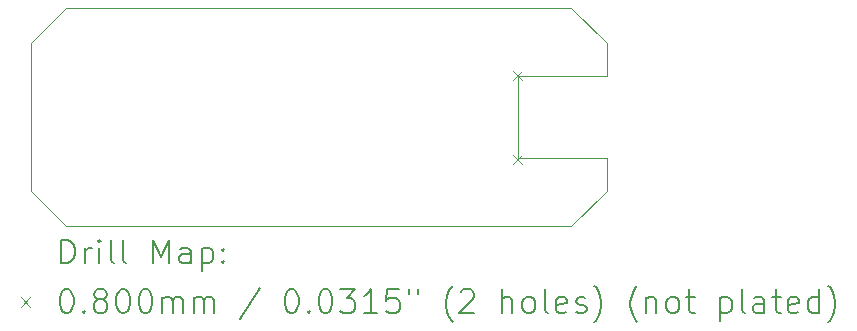
<source format=gbr>
%TF.GenerationSoftware,KiCad,Pcbnew,8.0.1*%
%TF.CreationDate,2024-10-18T10:30:48+02:00*%
%TF.ProjectId,Curmea,4375726d-6561-42e6-9b69-6361645f7063,rev?*%
%TF.SameCoordinates,Original*%
%TF.FileFunction,Drillmap*%
%TF.FilePolarity,Positive*%
%FSLAX45Y45*%
G04 Gerber Fmt 4.5, Leading zero omitted, Abs format (unit mm)*
G04 Created by KiCad (PCBNEW 8.0.1) date 2024-10-18 10:30:48*
%MOMM*%
%LPD*%
G01*
G04 APERTURE LIST*
%ADD10C,0.050000*%
%ADD11C,0.200000*%
%ADD12C,0.100000*%
G04 APERTURE END LIST*
D10*
X15475000Y-7525000D02*
X15475000Y-8225000D01*
X16225000Y-8500000D02*
X15925000Y-8800000D01*
X15925000Y-6950000D02*
X11650000Y-6950000D01*
X11350000Y-7250000D02*
X11350000Y-8500000D01*
X15925000Y-8800000D02*
X11650000Y-8800000D01*
X16225000Y-8225000D02*
X16225000Y-8500000D01*
X11650000Y-8800000D02*
X11350000Y-8500000D01*
X15475000Y-8225000D02*
X16225000Y-8225000D01*
X16225000Y-7250000D02*
X16225000Y-7525000D01*
X15925000Y-6950000D02*
X16225000Y-7250000D01*
X11650000Y-6950000D02*
X11350000Y-7250000D01*
X16225000Y-7525000D02*
X15475000Y-7525000D01*
D11*
D12*
X15430000Y-7482000D02*
X15510000Y-7562000D01*
X15510000Y-7482000D02*
X15430000Y-7562000D01*
X15430000Y-8194000D02*
X15510000Y-8274000D01*
X15510000Y-8194000D02*
X15430000Y-8274000D01*
D11*
X11608277Y-9113984D02*
X11608277Y-8913984D01*
X11608277Y-8913984D02*
X11655896Y-8913984D01*
X11655896Y-8913984D02*
X11684467Y-8923508D01*
X11684467Y-8923508D02*
X11703515Y-8942555D01*
X11703515Y-8942555D02*
X11713039Y-8961603D01*
X11713039Y-8961603D02*
X11722562Y-8999698D01*
X11722562Y-8999698D02*
X11722562Y-9028270D01*
X11722562Y-9028270D02*
X11713039Y-9066365D01*
X11713039Y-9066365D02*
X11703515Y-9085412D01*
X11703515Y-9085412D02*
X11684467Y-9104460D01*
X11684467Y-9104460D02*
X11655896Y-9113984D01*
X11655896Y-9113984D02*
X11608277Y-9113984D01*
X11808277Y-9113984D02*
X11808277Y-8980650D01*
X11808277Y-9018746D02*
X11817801Y-8999698D01*
X11817801Y-8999698D02*
X11827324Y-8990174D01*
X11827324Y-8990174D02*
X11846372Y-8980650D01*
X11846372Y-8980650D02*
X11865420Y-8980650D01*
X11932086Y-9113984D02*
X11932086Y-8980650D01*
X11932086Y-8913984D02*
X11922562Y-8923508D01*
X11922562Y-8923508D02*
X11932086Y-8933031D01*
X11932086Y-8933031D02*
X11941610Y-8923508D01*
X11941610Y-8923508D02*
X11932086Y-8913984D01*
X11932086Y-8913984D02*
X11932086Y-8933031D01*
X12055896Y-9113984D02*
X12036848Y-9104460D01*
X12036848Y-9104460D02*
X12027324Y-9085412D01*
X12027324Y-9085412D02*
X12027324Y-8913984D01*
X12160658Y-9113984D02*
X12141610Y-9104460D01*
X12141610Y-9104460D02*
X12132086Y-9085412D01*
X12132086Y-9085412D02*
X12132086Y-8913984D01*
X12389229Y-9113984D02*
X12389229Y-8913984D01*
X12389229Y-8913984D02*
X12455896Y-9056841D01*
X12455896Y-9056841D02*
X12522562Y-8913984D01*
X12522562Y-8913984D02*
X12522562Y-9113984D01*
X12703515Y-9113984D02*
X12703515Y-9009222D01*
X12703515Y-9009222D02*
X12693991Y-8990174D01*
X12693991Y-8990174D02*
X12674943Y-8980650D01*
X12674943Y-8980650D02*
X12636848Y-8980650D01*
X12636848Y-8980650D02*
X12617801Y-8990174D01*
X12703515Y-9104460D02*
X12684467Y-9113984D01*
X12684467Y-9113984D02*
X12636848Y-9113984D01*
X12636848Y-9113984D02*
X12617801Y-9104460D01*
X12617801Y-9104460D02*
X12608277Y-9085412D01*
X12608277Y-9085412D02*
X12608277Y-9066365D01*
X12608277Y-9066365D02*
X12617801Y-9047317D01*
X12617801Y-9047317D02*
X12636848Y-9037793D01*
X12636848Y-9037793D02*
X12684467Y-9037793D01*
X12684467Y-9037793D02*
X12703515Y-9028270D01*
X12798753Y-8980650D02*
X12798753Y-9180650D01*
X12798753Y-8990174D02*
X12817801Y-8980650D01*
X12817801Y-8980650D02*
X12855896Y-8980650D01*
X12855896Y-8980650D02*
X12874943Y-8990174D01*
X12874943Y-8990174D02*
X12884467Y-8999698D01*
X12884467Y-8999698D02*
X12893991Y-9018746D01*
X12893991Y-9018746D02*
X12893991Y-9075889D01*
X12893991Y-9075889D02*
X12884467Y-9094936D01*
X12884467Y-9094936D02*
X12874943Y-9104460D01*
X12874943Y-9104460D02*
X12855896Y-9113984D01*
X12855896Y-9113984D02*
X12817801Y-9113984D01*
X12817801Y-9113984D02*
X12798753Y-9104460D01*
X12979705Y-9094936D02*
X12989229Y-9104460D01*
X12989229Y-9104460D02*
X12979705Y-9113984D01*
X12979705Y-9113984D02*
X12970182Y-9104460D01*
X12970182Y-9104460D02*
X12979705Y-9094936D01*
X12979705Y-9094936D02*
X12979705Y-9113984D01*
X12979705Y-8990174D02*
X12989229Y-8999698D01*
X12989229Y-8999698D02*
X12979705Y-9009222D01*
X12979705Y-9009222D02*
X12970182Y-8999698D01*
X12970182Y-8999698D02*
X12979705Y-8990174D01*
X12979705Y-8990174D02*
X12979705Y-9009222D01*
D12*
X11267500Y-9402500D02*
X11347500Y-9482500D01*
X11347500Y-9402500D02*
X11267500Y-9482500D01*
D11*
X11646372Y-9333984D02*
X11665420Y-9333984D01*
X11665420Y-9333984D02*
X11684467Y-9343508D01*
X11684467Y-9343508D02*
X11693991Y-9353031D01*
X11693991Y-9353031D02*
X11703515Y-9372079D01*
X11703515Y-9372079D02*
X11713039Y-9410174D01*
X11713039Y-9410174D02*
X11713039Y-9457793D01*
X11713039Y-9457793D02*
X11703515Y-9495889D01*
X11703515Y-9495889D02*
X11693991Y-9514936D01*
X11693991Y-9514936D02*
X11684467Y-9524460D01*
X11684467Y-9524460D02*
X11665420Y-9533984D01*
X11665420Y-9533984D02*
X11646372Y-9533984D01*
X11646372Y-9533984D02*
X11627324Y-9524460D01*
X11627324Y-9524460D02*
X11617801Y-9514936D01*
X11617801Y-9514936D02*
X11608277Y-9495889D01*
X11608277Y-9495889D02*
X11598753Y-9457793D01*
X11598753Y-9457793D02*
X11598753Y-9410174D01*
X11598753Y-9410174D02*
X11608277Y-9372079D01*
X11608277Y-9372079D02*
X11617801Y-9353031D01*
X11617801Y-9353031D02*
X11627324Y-9343508D01*
X11627324Y-9343508D02*
X11646372Y-9333984D01*
X11798753Y-9514936D02*
X11808277Y-9524460D01*
X11808277Y-9524460D02*
X11798753Y-9533984D01*
X11798753Y-9533984D02*
X11789229Y-9524460D01*
X11789229Y-9524460D02*
X11798753Y-9514936D01*
X11798753Y-9514936D02*
X11798753Y-9533984D01*
X11922562Y-9419698D02*
X11903515Y-9410174D01*
X11903515Y-9410174D02*
X11893991Y-9400650D01*
X11893991Y-9400650D02*
X11884467Y-9381603D01*
X11884467Y-9381603D02*
X11884467Y-9372079D01*
X11884467Y-9372079D02*
X11893991Y-9353031D01*
X11893991Y-9353031D02*
X11903515Y-9343508D01*
X11903515Y-9343508D02*
X11922562Y-9333984D01*
X11922562Y-9333984D02*
X11960658Y-9333984D01*
X11960658Y-9333984D02*
X11979705Y-9343508D01*
X11979705Y-9343508D02*
X11989229Y-9353031D01*
X11989229Y-9353031D02*
X11998753Y-9372079D01*
X11998753Y-9372079D02*
X11998753Y-9381603D01*
X11998753Y-9381603D02*
X11989229Y-9400650D01*
X11989229Y-9400650D02*
X11979705Y-9410174D01*
X11979705Y-9410174D02*
X11960658Y-9419698D01*
X11960658Y-9419698D02*
X11922562Y-9419698D01*
X11922562Y-9419698D02*
X11903515Y-9429222D01*
X11903515Y-9429222D02*
X11893991Y-9438746D01*
X11893991Y-9438746D02*
X11884467Y-9457793D01*
X11884467Y-9457793D02*
X11884467Y-9495889D01*
X11884467Y-9495889D02*
X11893991Y-9514936D01*
X11893991Y-9514936D02*
X11903515Y-9524460D01*
X11903515Y-9524460D02*
X11922562Y-9533984D01*
X11922562Y-9533984D02*
X11960658Y-9533984D01*
X11960658Y-9533984D02*
X11979705Y-9524460D01*
X11979705Y-9524460D02*
X11989229Y-9514936D01*
X11989229Y-9514936D02*
X11998753Y-9495889D01*
X11998753Y-9495889D02*
X11998753Y-9457793D01*
X11998753Y-9457793D02*
X11989229Y-9438746D01*
X11989229Y-9438746D02*
X11979705Y-9429222D01*
X11979705Y-9429222D02*
X11960658Y-9419698D01*
X12122562Y-9333984D02*
X12141610Y-9333984D01*
X12141610Y-9333984D02*
X12160658Y-9343508D01*
X12160658Y-9343508D02*
X12170182Y-9353031D01*
X12170182Y-9353031D02*
X12179705Y-9372079D01*
X12179705Y-9372079D02*
X12189229Y-9410174D01*
X12189229Y-9410174D02*
X12189229Y-9457793D01*
X12189229Y-9457793D02*
X12179705Y-9495889D01*
X12179705Y-9495889D02*
X12170182Y-9514936D01*
X12170182Y-9514936D02*
X12160658Y-9524460D01*
X12160658Y-9524460D02*
X12141610Y-9533984D01*
X12141610Y-9533984D02*
X12122562Y-9533984D01*
X12122562Y-9533984D02*
X12103515Y-9524460D01*
X12103515Y-9524460D02*
X12093991Y-9514936D01*
X12093991Y-9514936D02*
X12084467Y-9495889D01*
X12084467Y-9495889D02*
X12074943Y-9457793D01*
X12074943Y-9457793D02*
X12074943Y-9410174D01*
X12074943Y-9410174D02*
X12084467Y-9372079D01*
X12084467Y-9372079D02*
X12093991Y-9353031D01*
X12093991Y-9353031D02*
X12103515Y-9343508D01*
X12103515Y-9343508D02*
X12122562Y-9333984D01*
X12313039Y-9333984D02*
X12332086Y-9333984D01*
X12332086Y-9333984D02*
X12351134Y-9343508D01*
X12351134Y-9343508D02*
X12360658Y-9353031D01*
X12360658Y-9353031D02*
X12370182Y-9372079D01*
X12370182Y-9372079D02*
X12379705Y-9410174D01*
X12379705Y-9410174D02*
X12379705Y-9457793D01*
X12379705Y-9457793D02*
X12370182Y-9495889D01*
X12370182Y-9495889D02*
X12360658Y-9514936D01*
X12360658Y-9514936D02*
X12351134Y-9524460D01*
X12351134Y-9524460D02*
X12332086Y-9533984D01*
X12332086Y-9533984D02*
X12313039Y-9533984D01*
X12313039Y-9533984D02*
X12293991Y-9524460D01*
X12293991Y-9524460D02*
X12284467Y-9514936D01*
X12284467Y-9514936D02*
X12274943Y-9495889D01*
X12274943Y-9495889D02*
X12265420Y-9457793D01*
X12265420Y-9457793D02*
X12265420Y-9410174D01*
X12265420Y-9410174D02*
X12274943Y-9372079D01*
X12274943Y-9372079D02*
X12284467Y-9353031D01*
X12284467Y-9353031D02*
X12293991Y-9343508D01*
X12293991Y-9343508D02*
X12313039Y-9333984D01*
X12465420Y-9533984D02*
X12465420Y-9400650D01*
X12465420Y-9419698D02*
X12474943Y-9410174D01*
X12474943Y-9410174D02*
X12493991Y-9400650D01*
X12493991Y-9400650D02*
X12522563Y-9400650D01*
X12522563Y-9400650D02*
X12541610Y-9410174D01*
X12541610Y-9410174D02*
X12551134Y-9429222D01*
X12551134Y-9429222D02*
X12551134Y-9533984D01*
X12551134Y-9429222D02*
X12560658Y-9410174D01*
X12560658Y-9410174D02*
X12579705Y-9400650D01*
X12579705Y-9400650D02*
X12608277Y-9400650D01*
X12608277Y-9400650D02*
X12627324Y-9410174D01*
X12627324Y-9410174D02*
X12636848Y-9429222D01*
X12636848Y-9429222D02*
X12636848Y-9533984D01*
X12732086Y-9533984D02*
X12732086Y-9400650D01*
X12732086Y-9419698D02*
X12741610Y-9410174D01*
X12741610Y-9410174D02*
X12760658Y-9400650D01*
X12760658Y-9400650D02*
X12789229Y-9400650D01*
X12789229Y-9400650D02*
X12808277Y-9410174D01*
X12808277Y-9410174D02*
X12817801Y-9429222D01*
X12817801Y-9429222D02*
X12817801Y-9533984D01*
X12817801Y-9429222D02*
X12827324Y-9410174D01*
X12827324Y-9410174D02*
X12846372Y-9400650D01*
X12846372Y-9400650D02*
X12874943Y-9400650D01*
X12874943Y-9400650D02*
X12893991Y-9410174D01*
X12893991Y-9410174D02*
X12903515Y-9429222D01*
X12903515Y-9429222D02*
X12903515Y-9533984D01*
X13293991Y-9324460D02*
X13122563Y-9581603D01*
X13551134Y-9333984D02*
X13570182Y-9333984D01*
X13570182Y-9333984D02*
X13589229Y-9343508D01*
X13589229Y-9343508D02*
X13598753Y-9353031D01*
X13598753Y-9353031D02*
X13608277Y-9372079D01*
X13608277Y-9372079D02*
X13617801Y-9410174D01*
X13617801Y-9410174D02*
X13617801Y-9457793D01*
X13617801Y-9457793D02*
X13608277Y-9495889D01*
X13608277Y-9495889D02*
X13598753Y-9514936D01*
X13598753Y-9514936D02*
X13589229Y-9524460D01*
X13589229Y-9524460D02*
X13570182Y-9533984D01*
X13570182Y-9533984D02*
X13551134Y-9533984D01*
X13551134Y-9533984D02*
X13532086Y-9524460D01*
X13532086Y-9524460D02*
X13522563Y-9514936D01*
X13522563Y-9514936D02*
X13513039Y-9495889D01*
X13513039Y-9495889D02*
X13503515Y-9457793D01*
X13503515Y-9457793D02*
X13503515Y-9410174D01*
X13503515Y-9410174D02*
X13513039Y-9372079D01*
X13513039Y-9372079D02*
X13522563Y-9353031D01*
X13522563Y-9353031D02*
X13532086Y-9343508D01*
X13532086Y-9343508D02*
X13551134Y-9333984D01*
X13703515Y-9514936D02*
X13713039Y-9524460D01*
X13713039Y-9524460D02*
X13703515Y-9533984D01*
X13703515Y-9533984D02*
X13693991Y-9524460D01*
X13693991Y-9524460D02*
X13703515Y-9514936D01*
X13703515Y-9514936D02*
X13703515Y-9533984D01*
X13836848Y-9333984D02*
X13855896Y-9333984D01*
X13855896Y-9333984D02*
X13874944Y-9343508D01*
X13874944Y-9343508D02*
X13884467Y-9353031D01*
X13884467Y-9353031D02*
X13893991Y-9372079D01*
X13893991Y-9372079D02*
X13903515Y-9410174D01*
X13903515Y-9410174D02*
X13903515Y-9457793D01*
X13903515Y-9457793D02*
X13893991Y-9495889D01*
X13893991Y-9495889D02*
X13884467Y-9514936D01*
X13884467Y-9514936D02*
X13874944Y-9524460D01*
X13874944Y-9524460D02*
X13855896Y-9533984D01*
X13855896Y-9533984D02*
X13836848Y-9533984D01*
X13836848Y-9533984D02*
X13817801Y-9524460D01*
X13817801Y-9524460D02*
X13808277Y-9514936D01*
X13808277Y-9514936D02*
X13798753Y-9495889D01*
X13798753Y-9495889D02*
X13789229Y-9457793D01*
X13789229Y-9457793D02*
X13789229Y-9410174D01*
X13789229Y-9410174D02*
X13798753Y-9372079D01*
X13798753Y-9372079D02*
X13808277Y-9353031D01*
X13808277Y-9353031D02*
X13817801Y-9343508D01*
X13817801Y-9343508D02*
X13836848Y-9333984D01*
X13970182Y-9333984D02*
X14093991Y-9333984D01*
X14093991Y-9333984D02*
X14027325Y-9410174D01*
X14027325Y-9410174D02*
X14055896Y-9410174D01*
X14055896Y-9410174D02*
X14074944Y-9419698D01*
X14074944Y-9419698D02*
X14084467Y-9429222D01*
X14084467Y-9429222D02*
X14093991Y-9448270D01*
X14093991Y-9448270D02*
X14093991Y-9495889D01*
X14093991Y-9495889D02*
X14084467Y-9514936D01*
X14084467Y-9514936D02*
X14074944Y-9524460D01*
X14074944Y-9524460D02*
X14055896Y-9533984D01*
X14055896Y-9533984D02*
X13998753Y-9533984D01*
X13998753Y-9533984D02*
X13979706Y-9524460D01*
X13979706Y-9524460D02*
X13970182Y-9514936D01*
X14284467Y-9533984D02*
X14170182Y-9533984D01*
X14227325Y-9533984D02*
X14227325Y-9333984D01*
X14227325Y-9333984D02*
X14208277Y-9362555D01*
X14208277Y-9362555D02*
X14189229Y-9381603D01*
X14189229Y-9381603D02*
X14170182Y-9391127D01*
X14465420Y-9333984D02*
X14370182Y-9333984D01*
X14370182Y-9333984D02*
X14360658Y-9429222D01*
X14360658Y-9429222D02*
X14370182Y-9419698D01*
X14370182Y-9419698D02*
X14389229Y-9410174D01*
X14389229Y-9410174D02*
X14436848Y-9410174D01*
X14436848Y-9410174D02*
X14455896Y-9419698D01*
X14455896Y-9419698D02*
X14465420Y-9429222D01*
X14465420Y-9429222D02*
X14474944Y-9448270D01*
X14474944Y-9448270D02*
X14474944Y-9495889D01*
X14474944Y-9495889D02*
X14465420Y-9514936D01*
X14465420Y-9514936D02*
X14455896Y-9524460D01*
X14455896Y-9524460D02*
X14436848Y-9533984D01*
X14436848Y-9533984D02*
X14389229Y-9533984D01*
X14389229Y-9533984D02*
X14370182Y-9524460D01*
X14370182Y-9524460D02*
X14360658Y-9514936D01*
X14551134Y-9333984D02*
X14551134Y-9372079D01*
X14627325Y-9333984D02*
X14627325Y-9372079D01*
X14922563Y-9610174D02*
X14913039Y-9600650D01*
X14913039Y-9600650D02*
X14893991Y-9572079D01*
X14893991Y-9572079D02*
X14884468Y-9553031D01*
X14884468Y-9553031D02*
X14874944Y-9524460D01*
X14874944Y-9524460D02*
X14865420Y-9476841D01*
X14865420Y-9476841D02*
X14865420Y-9438746D01*
X14865420Y-9438746D02*
X14874944Y-9391127D01*
X14874944Y-9391127D02*
X14884468Y-9362555D01*
X14884468Y-9362555D02*
X14893991Y-9343508D01*
X14893991Y-9343508D02*
X14913039Y-9314936D01*
X14913039Y-9314936D02*
X14922563Y-9305412D01*
X14989229Y-9353031D02*
X14998753Y-9343508D01*
X14998753Y-9343508D02*
X15017801Y-9333984D01*
X15017801Y-9333984D02*
X15065420Y-9333984D01*
X15065420Y-9333984D02*
X15084468Y-9343508D01*
X15084468Y-9343508D02*
X15093991Y-9353031D01*
X15093991Y-9353031D02*
X15103515Y-9372079D01*
X15103515Y-9372079D02*
X15103515Y-9391127D01*
X15103515Y-9391127D02*
X15093991Y-9419698D01*
X15093991Y-9419698D02*
X14979706Y-9533984D01*
X14979706Y-9533984D02*
X15103515Y-9533984D01*
X15341610Y-9533984D02*
X15341610Y-9333984D01*
X15427325Y-9533984D02*
X15427325Y-9429222D01*
X15427325Y-9429222D02*
X15417801Y-9410174D01*
X15417801Y-9410174D02*
X15398753Y-9400650D01*
X15398753Y-9400650D02*
X15370182Y-9400650D01*
X15370182Y-9400650D02*
X15351134Y-9410174D01*
X15351134Y-9410174D02*
X15341610Y-9419698D01*
X15551134Y-9533984D02*
X15532087Y-9524460D01*
X15532087Y-9524460D02*
X15522563Y-9514936D01*
X15522563Y-9514936D02*
X15513039Y-9495889D01*
X15513039Y-9495889D02*
X15513039Y-9438746D01*
X15513039Y-9438746D02*
X15522563Y-9419698D01*
X15522563Y-9419698D02*
X15532087Y-9410174D01*
X15532087Y-9410174D02*
X15551134Y-9400650D01*
X15551134Y-9400650D02*
X15579706Y-9400650D01*
X15579706Y-9400650D02*
X15598753Y-9410174D01*
X15598753Y-9410174D02*
X15608277Y-9419698D01*
X15608277Y-9419698D02*
X15617801Y-9438746D01*
X15617801Y-9438746D02*
X15617801Y-9495889D01*
X15617801Y-9495889D02*
X15608277Y-9514936D01*
X15608277Y-9514936D02*
X15598753Y-9524460D01*
X15598753Y-9524460D02*
X15579706Y-9533984D01*
X15579706Y-9533984D02*
X15551134Y-9533984D01*
X15732087Y-9533984D02*
X15713039Y-9524460D01*
X15713039Y-9524460D02*
X15703515Y-9505412D01*
X15703515Y-9505412D02*
X15703515Y-9333984D01*
X15884468Y-9524460D02*
X15865420Y-9533984D01*
X15865420Y-9533984D02*
X15827325Y-9533984D01*
X15827325Y-9533984D02*
X15808277Y-9524460D01*
X15808277Y-9524460D02*
X15798753Y-9505412D01*
X15798753Y-9505412D02*
X15798753Y-9429222D01*
X15798753Y-9429222D02*
X15808277Y-9410174D01*
X15808277Y-9410174D02*
X15827325Y-9400650D01*
X15827325Y-9400650D02*
X15865420Y-9400650D01*
X15865420Y-9400650D02*
X15884468Y-9410174D01*
X15884468Y-9410174D02*
X15893991Y-9429222D01*
X15893991Y-9429222D02*
X15893991Y-9448270D01*
X15893991Y-9448270D02*
X15798753Y-9467317D01*
X15970182Y-9524460D02*
X15989230Y-9533984D01*
X15989230Y-9533984D02*
X16027325Y-9533984D01*
X16027325Y-9533984D02*
X16046372Y-9524460D01*
X16046372Y-9524460D02*
X16055896Y-9505412D01*
X16055896Y-9505412D02*
X16055896Y-9495889D01*
X16055896Y-9495889D02*
X16046372Y-9476841D01*
X16046372Y-9476841D02*
X16027325Y-9467317D01*
X16027325Y-9467317D02*
X15998753Y-9467317D01*
X15998753Y-9467317D02*
X15979706Y-9457793D01*
X15979706Y-9457793D02*
X15970182Y-9438746D01*
X15970182Y-9438746D02*
X15970182Y-9429222D01*
X15970182Y-9429222D02*
X15979706Y-9410174D01*
X15979706Y-9410174D02*
X15998753Y-9400650D01*
X15998753Y-9400650D02*
X16027325Y-9400650D01*
X16027325Y-9400650D02*
X16046372Y-9410174D01*
X16122563Y-9610174D02*
X16132087Y-9600650D01*
X16132087Y-9600650D02*
X16151134Y-9572079D01*
X16151134Y-9572079D02*
X16160658Y-9553031D01*
X16160658Y-9553031D02*
X16170182Y-9524460D01*
X16170182Y-9524460D02*
X16179706Y-9476841D01*
X16179706Y-9476841D02*
X16179706Y-9438746D01*
X16179706Y-9438746D02*
X16170182Y-9391127D01*
X16170182Y-9391127D02*
X16160658Y-9362555D01*
X16160658Y-9362555D02*
X16151134Y-9343508D01*
X16151134Y-9343508D02*
X16132087Y-9314936D01*
X16132087Y-9314936D02*
X16122563Y-9305412D01*
X16484468Y-9610174D02*
X16474944Y-9600650D01*
X16474944Y-9600650D02*
X16455896Y-9572079D01*
X16455896Y-9572079D02*
X16446372Y-9553031D01*
X16446372Y-9553031D02*
X16436849Y-9524460D01*
X16436849Y-9524460D02*
X16427325Y-9476841D01*
X16427325Y-9476841D02*
X16427325Y-9438746D01*
X16427325Y-9438746D02*
X16436849Y-9391127D01*
X16436849Y-9391127D02*
X16446372Y-9362555D01*
X16446372Y-9362555D02*
X16455896Y-9343508D01*
X16455896Y-9343508D02*
X16474944Y-9314936D01*
X16474944Y-9314936D02*
X16484468Y-9305412D01*
X16560658Y-9400650D02*
X16560658Y-9533984D01*
X16560658Y-9419698D02*
X16570182Y-9410174D01*
X16570182Y-9410174D02*
X16589230Y-9400650D01*
X16589230Y-9400650D02*
X16617801Y-9400650D01*
X16617801Y-9400650D02*
X16636849Y-9410174D01*
X16636849Y-9410174D02*
X16646372Y-9429222D01*
X16646372Y-9429222D02*
X16646372Y-9533984D01*
X16770182Y-9533984D02*
X16751134Y-9524460D01*
X16751134Y-9524460D02*
X16741611Y-9514936D01*
X16741611Y-9514936D02*
X16732087Y-9495889D01*
X16732087Y-9495889D02*
X16732087Y-9438746D01*
X16732087Y-9438746D02*
X16741611Y-9419698D01*
X16741611Y-9419698D02*
X16751134Y-9410174D01*
X16751134Y-9410174D02*
X16770182Y-9400650D01*
X16770182Y-9400650D02*
X16798754Y-9400650D01*
X16798754Y-9400650D02*
X16817801Y-9410174D01*
X16817801Y-9410174D02*
X16827325Y-9419698D01*
X16827325Y-9419698D02*
X16836849Y-9438746D01*
X16836849Y-9438746D02*
X16836849Y-9495889D01*
X16836849Y-9495889D02*
X16827325Y-9514936D01*
X16827325Y-9514936D02*
X16817801Y-9524460D01*
X16817801Y-9524460D02*
X16798754Y-9533984D01*
X16798754Y-9533984D02*
X16770182Y-9533984D01*
X16893992Y-9400650D02*
X16970182Y-9400650D01*
X16922563Y-9333984D02*
X16922563Y-9505412D01*
X16922563Y-9505412D02*
X16932087Y-9524460D01*
X16932087Y-9524460D02*
X16951134Y-9533984D01*
X16951134Y-9533984D02*
X16970182Y-9533984D01*
X17189230Y-9400650D02*
X17189230Y-9600650D01*
X17189230Y-9410174D02*
X17208277Y-9400650D01*
X17208277Y-9400650D02*
X17246373Y-9400650D01*
X17246373Y-9400650D02*
X17265420Y-9410174D01*
X17265420Y-9410174D02*
X17274944Y-9419698D01*
X17274944Y-9419698D02*
X17284468Y-9438746D01*
X17284468Y-9438746D02*
X17284468Y-9495889D01*
X17284468Y-9495889D02*
X17274944Y-9514936D01*
X17274944Y-9514936D02*
X17265420Y-9524460D01*
X17265420Y-9524460D02*
X17246373Y-9533984D01*
X17246373Y-9533984D02*
X17208277Y-9533984D01*
X17208277Y-9533984D02*
X17189230Y-9524460D01*
X17398754Y-9533984D02*
X17379706Y-9524460D01*
X17379706Y-9524460D02*
X17370182Y-9505412D01*
X17370182Y-9505412D02*
X17370182Y-9333984D01*
X17560658Y-9533984D02*
X17560658Y-9429222D01*
X17560658Y-9429222D02*
X17551135Y-9410174D01*
X17551135Y-9410174D02*
X17532087Y-9400650D01*
X17532087Y-9400650D02*
X17493992Y-9400650D01*
X17493992Y-9400650D02*
X17474944Y-9410174D01*
X17560658Y-9524460D02*
X17541611Y-9533984D01*
X17541611Y-9533984D02*
X17493992Y-9533984D01*
X17493992Y-9533984D02*
X17474944Y-9524460D01*
X17474944Y-9524460D02*
X17465420Y-9505412D01*
X17465420Y-9505412D02*
X17465420Y-9486365D01*
X17465420Y-9486365D02*
X17474944Y-9467317D01*
X17474944Y-9467317D02*
X17493992Y-9457793D01*
X17493992Y-9457793D02*
X17541611Y-9457793D01*
X17541611Y-9457793D02*
X17560658Y-9448270D01*
X17627325Y-9400650D02*
X17703515Y-9400650D01*
X17655896Y-9333984D02*
X17655896Y-9505412D01*
X17655896Y-9505412D02*
X17665420Y-9524460D01*
X17665420Y-9524460D02*
X17684468Y-9533984D01*
X17684468Y-9533984D02*
X17703515Y-9533984D01*
X17846373Y-9524460D02*
X17827325Y-9533984D01*
X17827325Y-9533984D02*
X17789230Y-9533984D01*
X17789230Y-9533984D02*
X17770182Y-9524460D01*
X17770182Y-9524460D02*
X17760658Y-9505412D01*
X17760658Y-9505412D02*
X17760658Y-9429222D01*
X17760658Y-9429222D02*
X17770182Y-9410174D01*
X17770182Y-9410174D02*
X17789230Y-9400650D01*
X17789230Y-9400650D02*
X17827325Y-9400650D01*
X17827325Y-9400650D02*
X17846373Y-9410174D01*
X17846373Y-9410174D02*
X17855896Y-9429222D01*
X17855896Y-9429222D02*
X17855896Y-9448270D01*
X17855896Y-9448270D02*
X17760658Y-9467317D01*
X18027325Y-9533984D02*
X18027325Y-9333984D01*
X18027325Y-9524460D02*
X18008277Y-9533984D01*
X18008277Y-9533984D02*
X17970182Y-9533984D01*
X17970182Y-9533984D02*
X17951135Y-9524460D01*
X17951135Y-9524460D02*
X17941611Y-9514936D01*
X17941611Y-9514936D02*
X17932087Y-9495889D01*
X17932087Y-9495889D02*
X17932087Y-9438746D01*
X17932087Y-9438746D02*
X17941611Y-9419698D01*
X17941611Y-9419698D02*
X17951135Y-9410174D01*
X17951135Y-9410174D02*
X17970182Y-9400650D01*
X17970182Y-9400650D02*
X18008277Y-9400650D01*
X18008277Y-9400650D02*
X18027325Y-9410174D01*
X18103516Y-9610174D02*
X18113039Y-9600650D01*
X18113039Y-9600650D02*
X18132087Y-9572079D01*
X18132087Y-9572079D02*
X18141611Y-9553031D01*
X18141611Y-9553031D02*
X18151135Y-9524460D01*
X18151135Y-9524460D02*
X18160658Y-9476841D01*
X18160658Y-9476841D02*
X18160658Y-9438746D01*
X18160658Y-9438746D02*
X18151135Y-9391127D01*
X18151135Y-9391127D02*
X18141611Y-9362555D01*
X18141611Y-9362555D02*
X18132087Y-9343508D01*
X18132087Y-9343508D02*
X18113039Y-9314936D01*
X18113039Y-9314936D02*
X18103516Y-9305412D01*
M02*

</source>
